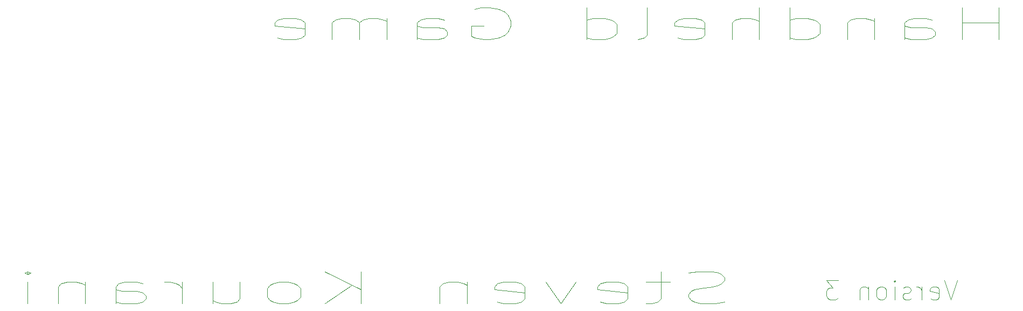
<source format=gbr>
%TF.GenerationSoftware,KiCad,Pcbnew,9.0.0*%
%TF.CreationDate,2025-08-15T01:25:28+03:00*%
%TF.ProjectId,Handheld,48616e64-6865-46c6-942e-6b696361645f,rev?*%
%TF.SameCoordinates,Original*%
%TF.FileFunction,Legend,Bot*%
%TF.FilePolarity,Positive*%
%FSLAX46Y46*%
G04 Gerber Fmt 4.6, Leading zero omitted, Abs format (unit mm)*
G04 Created by KiCad (PCBNEW 9.0.0) date 2025-08-15 01:25:28*
%MOMM*%
%LPD*%
G01*
G04 APERTURE LIST*
%ADD10C,0.100000*%
G04 APERTURE END LIST*
D10*
X190408145Y-114470158D02*
X188979573Y-114708253D01*
X188979573Y-114708253D02*
X186598621Y-114708253D01*
X186598621Y-114708253D02*
X185646240Y-114470158D01*
X185646240Y-114470158D02*
X185170049Y-114232062D01*
X185170049Y-114232062D02*
X184693859Y-113755872D01*
X184693859Y-113755872D02*
X184693859Y-113279681D01*
X184693859Y-113279681D02*
X185170049Y-112803491D01*
X185170049Y-112803491D02*
X185646240Y-112565396D01*
X185646240Y-112565396D02*
X186598621Y-112327300D01*
X186598621Y-112327300D02*
X188503383Y-112089205D01*
X188503383Y-112089205D02*
X189455764Y-111851110D01*
X189455764Y-111851110D02*
X189931954Y-111613015D01*
X189931954Y-111613015D02*
X190408145Y-111136824D01*
X190408145Y-111136824D02*
X190408145Y-110660634D01*
X190408145Y-110660634D02*
X189931954Y-110184443D01*
X189931954Y-110184443D02*
X189455764Y-109946348D01*
X189455764Y-109946348D02*
X188503383Y-109708253D01*
X188503383Y-109708253D02*
X186122430Y-109708253D01*
X186122430Y-109708253D02*
X184693859Y-109946348D01*
X181836716Y-111374919D02*
X178027192Y-111374919D01*
X180408144Y-109708253D02*
X180408144Y-113993967D01*
X180408144Y-113993967D02*
X179931954Y-114470158D01*
X179931954Y-114470158D02*
X178979573Y-114708253D01*
X178979573Y-114708253D02*
X178027192Y-114708253D01*
X170884334Y-114470158D02*
X171836715Y-114708253D01*
X171836715Y-114708253D02*
X173741477Y-114708253D01*
X173741477Y-114708253D02*
X174693858Y-114470158D01*
X174693858Y-114470158D02*
X175170049Y-113993967D01*
X175170049Y-113993967D02*
X175170049Y-112089205D01*
X175170049Y-112089205D02*
X174693858Y-111613015D01*
X174693858Y-111613015D02*
X173741477Y-111374919D01*
X173741477Y-111374919D02*
X171836715Y-111374919D01*
X171836715Y-111374919D02*
X170884334Y-111613015D01*
X170884334Y-111613015D02*
X170408144Y-112089205D01*
X170408144Y-112089205D02*
X170408144Y-112565396D01*
X170408144Y-112565396D02*
X175170049Y-113041586D01*
X167074810Y-111374919D02*
X164693858Y-114708253D01*
X164693858Y-114708253D02*
X162312905Y-111374919D01*
X154693857Y-114470158D02*
X155646238Y-114708253D01*
X155646238Y-114708253D02*
X157551000Y-114708253D01*
X157551000Y-114708253D02*
X158503381Y-114470158D01*
X158503381Y-114470158D02*
X158979572Y-113993967D01*
X158979572Y-113993967D02*
X158979572Y-112089205D01*
X158979572Y-112089205D02*
X158503381Y-111613015D01*
X158503381Y-111613015D02*
X157551000Y-111374919D01*
X157551000Y-111374919D02*
X155646238Y-111374919D01*
X155646238Y-111374919D02*
X154693857Y-111613015D01*
X154693857Y-111613015D02*
X154217667Y-112089205D01*
X154217667Y-112089205D02*
X154217667Y-112565396D01*
X154217667Y-112565396D02*
X158979572Y-113041586D01*
X149931952Y-111374919D02*
X149931952Y-114708253D01*
X149931952Y-111851110D02*
X149455762Y-111613015D01*
X149455762Y-111613015D02*
X148503381Y-111374919D01*
X148503381Y-111374919D02*
X147074809Y-111374919D01*
X147074809Y-111374919D02*
X146122428Y-111613015D01*
X146122428Y-111613015D02*
X145646238Y-112089205D01*
X145646238Y-112089205D02*
X145646238Y-114708253D01*
X133265285Y-114708253D02*
X133265285Y-109708253D01*
X127550999Y-114708253D02*
X131836714Y-111851110D01*
X127550999Y-109708253D02*
X133265285Y-112565396D01*
X121836714Y-114708253D02*
X122789095Y-114470158D01*
X122789095Y-114470158D02*
X123265285Y-114232062D01*
X123265285Y-114232062D02*
X123741476Y-113755872D01*
X123741476Y-113755872D02*
X123741476Y-112327300D01*
X123741476Y-112327300D02*
X123265285Y-111851110D01*
X123265285Y-111851110D02*
X122789095Y-111613015D01*
X122789095Y-111613015D02*
X121836714Y-111374919D01*
X121836714Y-111374919D02*
X120408142Y-111374919D01*
X120408142Y-111374919D02*
X119455761Y-111613015D01*
X119455761Y-111613015D02*
X118979571Y-111851110D01*
X118979571Y-111851110D02*
X118503380Y-112327300D01*
X118503380Y-112327300D02*
X118503380Y-113755872D01*
X118503380Y-113755872D02*
X118979571Y-114232062D01*
X118979571Y-114232062D02*
X119455761Y-114470158D01*
X119455761Y-114470158D02*
X120408142Y-114708253D01*
X120408142Y-114708253D02*
X121836714Y-114708253D01*
X109931952Y-111374919D02*
X109931952Y-114708253D01*
X114217666Y-111374919D02*
X114217666Y-113993967D01*
X114217666Y-113993967D02*
X113741476Y-114470158D01*
X113741476Y-114470158D02*
X112789095Y-114708253D01*
X112789095Y-114708253D02*
X111360523Y-114708253D01*
X111360523Y-114708253D02*
X110408142Y-114470158D01*
X110408142Y-114470158D02*
X109931952Y-114232062D01*
X105170047Y-114708253D02*
X105170047Y-111374919D01*
X105170047Y-112327300D02*
X104693857Y-111851110D01*
X104693857Y-111851110D02*
X104217666Y-111613015D01*
X104217666Y-111613015D02*
X103265285Y-111374919D01*
X103265285Y-111374919D02*
X102312904Y-111374919D01*
X94693857Y-114708253D02*
X94693857Y-112089205D01*
X94693857Y-112089205D02*
X95170047Y-111613015D01*
X95170047Y-111613015D02*
X96122428Y-111374919D01*
X96122428Y-111374919D02*
X98027190Y-111374919D01*
X98027190Y-111374919D02*
X98979571Y-111613015D01*
X94693857Y-114470158D02*
X95646238Y-114708253D01*
X95646238Y-114708253D02*
X98027190Y-114708253D01*
X98027190Y-114708253D02*
X98979571Y-114470158D01*
X98979571Y-114470158D02*
X99455762Y-113993967D01*
X99455762Y-113993967D02*
X99455762Y-113517777D01*
X99455762Y-113517777D02*
X98979571Y-113041586D01*
X98979571Y-113041586D02*
X98027190Y-112803491D01*
X98027190Y-112803491D02*
X95646238Y-112803491D01*
X95646238Y-112803491D02*
X94693857Y-112565396D01*
X89931952Y-111374919D02*
X89931952Y-114708253D01*
X89931952Y-111851110D02*
X89455762Y-111613015D01*
X89455762Y-111613015D02*
X88503381Y-111374919D01*
X88503381Y-111374919D02*
X87074809Y-111374919D01*
X87074809Y-111374919D02*
X86122428Y-111613015D01*
X86122428Y-111613015D02*
X85646238Y-112089205D01*
X85646238Y-112089205D02*
X85646238Y-114708253D01*
X80884333Y-114708253D02*
X80884333Y-111374919D01*
X80884333Y-109708253D02*
X81360524Y-109946348D01*
X81360524Y-109946348D02*
X80884333Y-110184443D01*
X80884333Y-110184443D02*
X80408143Y-109946348D01*
X80408143Y-109946348D02*
X80884333Y-109708253D01*
X80884333Y-109708253D02*
X80884333Y-110184443D01*
X226977192Y-111103015D02*
X225977192Y-114103015D01*
X225977192Y-114103015D02*
X224977192Y-111103015D01*
X222834335Y-113960158D02*
X223120049Y-114103015D01*
X223120049Y-114103015D02*
X223691478Y-114103015D01*
X223691478Y-114103015D02*
X223977192Y-113960158D01*
X223977192Y-113960158D02*
X224120049Y-113674443D01*
X224120049Y-113674443D02*
X224120049Y-112531586D01*
X224120049Y-112531586D02*
X223977192Y-112245872D01*
X223977192Y-112245872D02*
X223691478Y-112103015D01*
X223691478Y-112103015D02*
X223120049Y-112103015D01*
X223120049Y-112103015D02*
X222834335Y-112245872D01*
X222834335Y-112245872D02*
X222691478Y-112531586D01*
X222691478Y-112531586D02*
X222691478Y-112817300D01*
X222691478Y-112817300D02*
X224120049Y-113103015D01*
X221405763Y-114103015D02*
X221405763Y-112103015D01*
X221405763Y-112674443D02*
X221262906Y-112388729D01*
X221262906Y-112388729D02*
X221120049Y-112245872D01*
X221120049Y-112245872D02*
X220834334Y-112103015D01*
X220834334Y-112103015D02*
X220548620Y-112103015D01*
X219691477Y-113960158D02*
X219405763Y-114103015D01*
X219405763Y-114103015D02*
X218834334Y-114103015D01*
X218834334Y-114103015D02*
X218548620Y-113960158D01*
X218548620Y-113960158D02*
X218405763Y-113674443D01*
X218405763Y-113674443D02*
X218405763Y-113531586D01*
X218405763Y-113531586D02*
X218548620Y-113245872D01*
X218548620Y-113245872D02*
X218834334Y-113103015D01*
X218834334Y-113103015D02*
X219262906Y-113103015D01*
X219262906Y-113103015D02*
X219548620Y-112960158D01*
X219548620Y-112960158D02*
X219691477Y-112674443D01*
X219691477Y-112674443D02*
X219691477Y-112531586D01*
X219691477Y-112531586D02*
X219548620Y-112245872D01*
X219548620Y-112245872D02*
X219262906Y-112103015D01*
X219262906Y-112103015D02*
X218834334Y-112103015D01*
X218834334Y-112103015D02*
X218548620Y-112245872D01*
X217120049Y-114103015D02*
X217120049Y-112103015D01*
X217120049Y-111103015D02*
X217262906Y-111245872D01*
X217262906Y-111245872D02*
X217120049Y-111388729D01*
X217120049Y-111388729D02*
X216977192Y-111245872D01*
X216977192Y-111245872D02*
X217120049Y-111103015D01*
X217120049Y-111103015D02*
X217120049Y-111388729D01*
X215262906Y-114103015D02*
X215548621Y-113960158D01*
X215548621Y-113960158D02*
X215691478Y-113817300D01*
X215691478Y-113817300D02*
X215834335Y-113531586D01*
X215834335Y-113531586D02*
X215834335Y-112674443D01*
X215834335Y-112674443D02*
X215691478Y-112388729D01*
X215691478Y-112388729D02*
X215548621Y-112245872D01*
X215548621Y-112245872D02*
X215262906Y-112103015D01*
X215262906Y-112103015D02*
X214834335Y-112103015D01*
X214834335Y-112103015D02*
X214548621Y-112245872D01*
X214548621Y-112245872D02*
X214405764Y-112388729D01*
X214405764Y-112388729D02*
X214262906Y-112674443D01*
X214262906Y-112674443D02*
X214262906Y-113531586D01*
X214262906Y-113531586D02*
X214405764Y-113817300D01*
X214405764Y-113817300D02*
X214548621Y-113960158D01*
X214548621Y-113960158D02*
X214834335Y-114103015D01*
X214834335Y-114103015D02*
X215262906Y-114103015D01*
X212977192Y-112103015D02*
X212977192Y-114103015D01*
X212977192Y-112388729D02*
X212834335Y-112245872D01*
X212834335Y-112245872D02*
X212548620Y-112103015D01*
X212548620Y-112103015D02*
X212120049Y-112103015D01*
X212120049Y-112103015D02*
X211834335Y-112245872D01*
X211834335Y-112245872D02*
X211691478Y-112531586D01*
X211691478Y-112531586D02*
X211691478Y-114103015D01*
X208262906Y-111103015D02*
X206405763Y-111103015D01*
X206405763Y-111103015D02*
X207405763Y-112245872D01*
X207405763Y-112245872D02*
X206977192Y-112245872D01*
X206977192Y-112245872D02*
X206691478Y-112388729D01*
X206691478Y-112388729D02*
X206548620Y-112531586D01*
X206548620Y-112531586D02*
X206405763Y-112817300D01*
X206405763Y-112817300D02*
X206405763Y-113531586D01*
X206405763Y-113531586D02*
X206548620Y-113817300D01*
X206548620Y-113817300D02*
X206691478Y-113960158D01*
X206691478Y-113960158D02*
X206977192Y-114103015D01*
X206977192Y-114103015D02*
X207834335Y-114103015D01*
X207834335Y-114103015D02*
X208120049Y-113960158D01*
X208120049Y-113960158D02*
X208262906Y-113817300D01*
X233481954Y-73258253D02*
X233481954Y-68258253D01*
X233481954Y-70639205D02*
X227767668Y-70639205D01*
X227767668Y-73258253D02*
X227767668Y-68258253D01*
X218720050Y-73258253D02*
X218720050Y-70639205D01*
X218720050Y-70639205D02*
X219196240Y-70163015D01*
X219196240Y-70163015D02*
X220148621Y-69924919D01*
X220148621Y-69924919D02*
X222053383Y-69924919D01*
X222053383Y-69924919D02*
X223005764Y-70163015D01*
X218720050Y-73020158D02*
X219672431Y-73258253D01*
X219672431Y-73258253D02*
X222053383Y-73258253D01*
X222053383Y-73258253D02*
X223005764Y-73020158D01*
X223005764Y-73020158D02*
X223481955Y-72543967D01*
X223481955Y-72543967D02*
X223481955Y-72067777D01*
X223481955Y-72067777D02*
X223005764Y-71591586D01*
X223005764Y-71591586D02*
X222053383Y-71353491D01*
X222053383Y-71353491D02*
X219672431Y-71353491D01*
X219672431Y-71353491D02*
X218720050Y-71115396D01*
X213958145Y-69924919D02*
X213958145Y-73258253D01*
X213958145Y-70401110D02*
X213481955Y-70163015D01*
X213481955Y-70163015D02*
X212529574Y-69924919D01*
X212529574Y-69924919D02*
X211101002Y-69924919D01*
X211101002Y-69924919D02*
X210148621Y-70163015D01*
X210148621Y-70163015D02*
X209672431Y-70639205D01*
X209672431Y-70639205D02*
X209672431Y-73258253D01*
X200624812Y-73258253D02*
X200624812Y-68258253D01*
X200624812Y-73020158D02*
X201577193Y-73258253D01*
X201577193Y-73258253D02*
X203481955Y-73258253D01*
X203481955Y-73258253D02*
X204434336Y-73020158D01*
X204434336Y-73020158D02*
X204910526Y-72782062D01*
X204910526Y-72782062D02*
X205386717Y-72305872D01*
X205386717Y-72305872D02*
X205386717Y-70877300D01*
X205386717Y-70877300D02*
X204910526Y-70401110D01*
X204910526Y-70401110D02*
X204434336Y-70163015D01*
X204434336Y-70163015D02*
X203481955Y-69924919D01*
X203481955Y-69924919D02*
X201577193Y-69924919D01*
X201577193Y-69924919D02*
X200624812Y-70163015D01*
X195862907Y-73258253D02*
X195862907Y-68258253D01*
X191577193Y-73258253D02*
X191577193Y-70639205D01*
X191577193Y-70639205D02*
X192053383Y-70163015D01*
X192053383Y-70163015D02*
X193005764Y-69924919D01*
X193005764Y-69924919D02*
X194434336Y-69924919D01*
X194434336Y-69924919D02*
X195386717Y-70163015D01*
X195386717Y-70163015D02*
X195862907Y-70401110D01*
X183005764Y-73020158D02*
X183958145Y-73258253D01*
X183958145Y-73258253D02*
X185862907Y-73258253D01*
X185862907Y-73258253D02*
X186815288Y-73020158D01*
X186815288Y-73020158D02*
X187291479Y-72543967D01*
X187291479Y-72543967D02*
X187291479Y-70639205D01*
X187291479Y-70639205D02*
X186815288Y-70163015D01*
X186815288Y-70163015D02*
X185862907Y-69924919D01*
X185862907Y-69924919D02*
X183958145Y-69924919D01*
X183958145Y-69924919D02*
X183005764Y-70163015D01*
X183005764Y-70163015D02*
X182529574Y-70639205D01*
X182529574Y-70639205D02*
X182529574Y-71115396D01*
X182529574Y-71115396D02*
X187291479Y-71591586D01*
X176815288Y-73258253D02*
X177767669Y-73020158D01*
X177767669Y-73020158D02*
X178243859Y-72543967D01*
X178243859Y-72543967D02*
X178243859Y-68258253D01*
X168720050Y-73258253D02*
X168720050Y-68258253D01*
X168720050Y-73020158D02*
X169672431Y-73258253D01*
X169672431Y-73258253D02*
X171577193Y-73258253D01*
X171577193Y-73258253D02*
X172529574Y-73020158D01*
X172529574Y-73020158D02*
X173005764Y-72782062D01*
X173005764Y-72782062D02*
X173481955Y-72305872D01*
X173481955Y-72305872D02*
X173481955Y-70877300D01*
X173481955Y-70877300D02*
X173005764Y-70401110D01*
X173005764Y-70401110D02*
X172529574Y-70163015D01*
X172529574Y-70163015D02*
X171577193Y-69924919D01*
X171577193Y-69924919D02*
X169672431Y-69924919D01*
X169672431Y-69924919D02*
X168720050Y-70163015D01*
X151101002Y-68496348D02*
X152053383Y-68258253D01*
X152053383Y-68258253D02*
X153481954Y-68258253D01*
X153481954Y-68258253D02*
X154910526Y-68496348D01*
X154910526Y-68496348D02*
X155862907Y-68972538D01*
X155862907Y-68972538D02*
X156339097Y-69448729D01*
X156339097Y-69448729D02*
X156815288Y-70401110D01*
X156815288Y-70401110D02*
X156815288Y-71115396D01*
X156815288Y-71115396D02*
X156339097Y-72067777D01*
X156339097Y-72067777D02*
X155862907Y-72543967D01*
X155862907Y-72543967D02*
X154910526Y-73020158D01*
X154910526Y-73020158D02*
X153481954Y-73258253D01*
X153481954Y-73258253D02*
X152529573Y-73258253D01*
X152529573Y-73258253D02*
X151101002Y-73020158D01*
X151101002Y-73020158D02*
X150624811Y-72782062D01*
X150624811Y-72782062D02*
X150624811Y-71115396D01*
X150624811Y-71115396D02*
X152529573Y-71115396D01*
X142053383Y-73258253D02*
X142053383Y-70639205D01*
X142053383Y-70639205D02*
X142529573Y-70163015D01*
X142529573Y-70163015D02*
X143481954Y-69924919D01*
X143481954Y-69924919D02*
X145386716Y-69924919D01*
X145386716Y-69924919D02*
X146339097Y-70163015D01*
X142053383Y-73020158D02*
X143005764Y-73258253D01*
X143005764Y-73258253D02*
X145386716Y-73258253D01*
X145386716Y-73258253D02*
X146339097Y-73020158D01*
X146339097Y-73020158D02*
X146815288Y-72543967D01*
X146815288Y-72543967D02*
X146815288Y-72067777D01*
X146815288Y-72067777D02*
X146339097Y-71591586D01*
X146339097Y-71591586D02*
X145386716Y-71353491D01*
X145386716Y-71353491D02*
X143005764Y-71353491D01*
X143005764Y-71353491D02*
X142053383Y-71115396D01*
X137291478Y-73258253D02*
X137291478Y-69924919D01*
X137291478Y-70401110D02*
X136815288Y-70163015D01*
X136815288Y-70163015D02*
X135862907Y-69924919D01*
X135862907Y-69924919D02*
X134434335Y-69924919D01*
X134434335Y-69924919D02*
X133481954Y-70163015D01*
X133481954Y-70163015D02*
X133005764Y-70639205D01*
X133005764Y-70639205D02*
X133005764Y-73258253D01*
X133005764Y-70639205D02*
X132529573Y-70163015D01*
X132529573Y-70163015D02*
X131577192Y-69924919D01*
X131577192Y-69924919D02*
X130148621Y-69924919D01*
X130148621Y-69924919D02*
X129196240Y-70163015D01*
X129196240Y-70163015D02*
X128720050Y-70639205D01*
X128720050Y-70639205D02*
X128720050Y-73258253D01*
X120148621Y-73020158D02*
X121101002Y-73258253D01*
X121101002Y-73258253D02*
X123005764Y-73258253D01*
X123005764Y-73258253D02*
X123958145Y-73020158D01*
X123958145Y-73020158D02*
X124434336Y-72543967D01*
X124434336Y-72543967D02*
X124434336Y-70639205D01*
X124434336Y-70639205D02*
X123958145Y-70163015D01*
X123958145Y-70163015D02*
X123005764Y-69924919D01*
X123005764Y-69924919D02*
X121101002Y-69924919D01*
X121101002Y-69924919D02*
X120148621Y-70163015D01*
X120148621Y-70163015D02*
X119672431Y-70639205D01*
X119672431Y-70639205D02*
X119672431Y-71115396D01*
X119672431Y-71115396D02*
X124434336Y-71591586D01*
M02*

</source>
